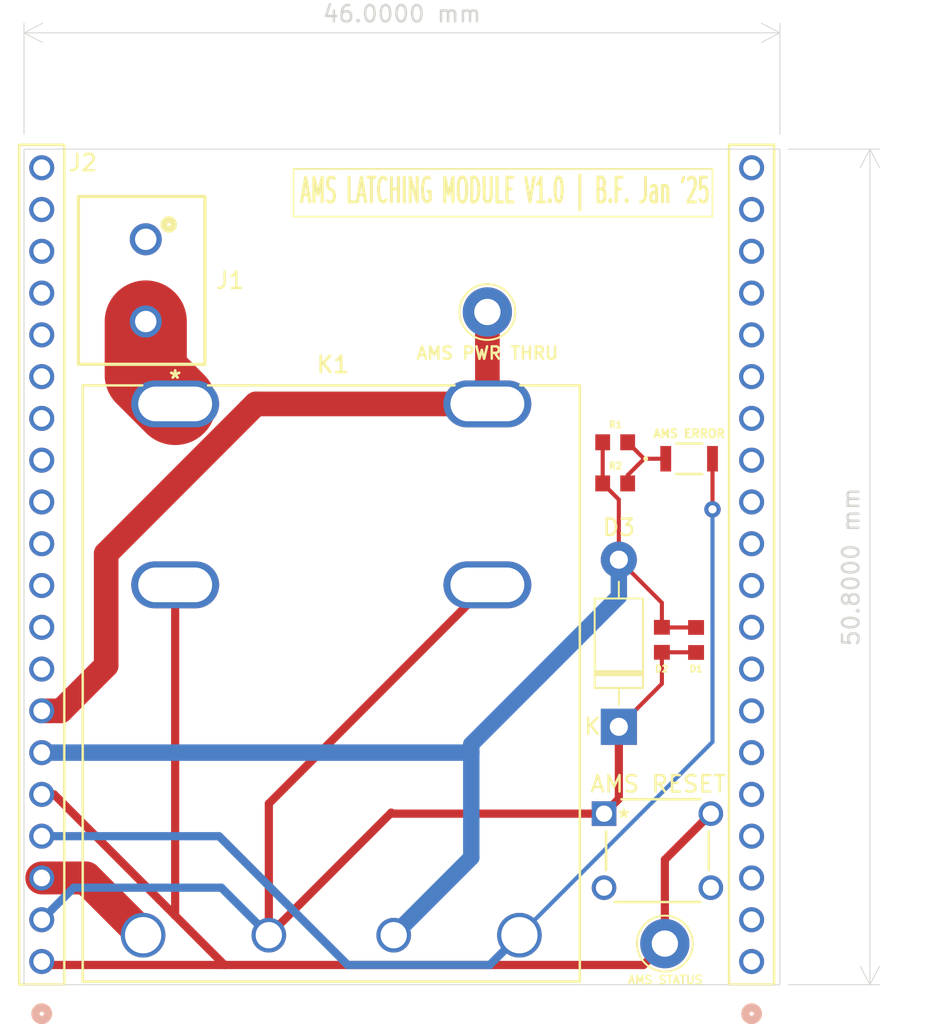
<source format=kicad_pcb>
(kicad_pcb (version 20240108) (generator "pcbnew") (generator_version "8.0")
  (layers (0 "F.Cu" signal) (31 "B.Cu" signal) (34 "B.Paste" user) (35 "F.Paste" user) (36 "B.SilkS" user "B.Silkscreen") (37 "F.SilkS" user "F.Silkscreen") (38 "B.Mask" user) (39 "F.Mask" user) (44 "Edge.Cuts" user))
  (net 0 "")
  (net 1 "/GND")
  (net 2 "Net-(D1-K)")
  (net 3 "Net-(D4-A)")
  (net 4 "/Vs")
  (net 5 "Net-(D4-K)")
  (net 11 "Net-(J3-Pad1)")
  (net 18 "Net-(J3-Pad7)")
  (net 22 "Net-(J4-Pad2)")
  (footprint "RMCF0603FT1K00:RESC1508X55N" (layer "F.Cu") (at 90.62 79.51 90)
    (property "Reference" "D1" (at -1.76 0 180) (layer "F.SilkS") (effects (font (size 0.393701 0.393701))))
    (property "Value" "D_Zener")
    (pad "1" smd rect (at -0.76 0 90) (size 0.9 0.97) (layers "F.Cu" "F.Paste" "F.Mask") (net 2 "Net-(D1-K)"))
    (pad "2" smd rect (at 0.76 0 90) (size 0.9 0.97) (layers "F.Cu" "F.Paste" "F.Mask") (net 1 "/GND"))
  )
  (footprint "RMCF0603FT1K00:RESC1508X55N" (layer "F.Cu") (at 88.54 79.5 90)
    (property "Reference" "D2" (at -1.77 -0.02 180) (layer "F.SilkS") (effects (font (size 0.393701 0.393701))))
    (property "Value" "D_Zener")
    (pad "1" smd rect (at -0.76 0 90) (size 0.9 0.97) (layers "F.Cu" "F.Paste" "F.Mask") (net 2 "Net-(D1-K)"))
    (pad "2" smd rect (at 0.76 0 90) (size 0.9 0.97) (layers "F.Cu" "F.Paste" "F.Mask") (net 1 "/GND"))
  )
  (footprint "TestPoint:TestPoint_Loop_D2.60mm_Drill1.6mm_Beaded" (layer "F.Cu") (at 77.92 59.57)
    (property "Reference" "AMS PWR THRU" (at 0 2.5 0) (layer "F.SilkS") (effects (font (size 0.75 0.75))))
    (property "Value" "TestPoint")
    (fp_circle (center 0 0) (end 1.7 0) (stroke (width 0.12)) (fill none) (layer "F.SilkS"))
    (pad "1" thru_hole circle (at 0 0) (size 3 3) (drill 1.6) (layers "*.Cu" "*.Mask") (net 18 "Net-(J3-Pad7)"))
  )
  (footprint "PH1-20-UA:CONN_PH1-20-UA_ADM" (layer "F.Cu") (at 50.8 99.06 90)
    (property "Reference" "J2" (at 48.56 2.5 0) (layer "F.SilkS"))
    (property "Value" "PH1-20-UA")
    (fp_circle (center -3.175 0) (end -2.794 0) (stroke (width 0.508)) (fill none) (layer "B.SilkS"))
    (fp_line (start 49.657 -1.3716) (end -1.397 -1.3716) (stroke (width 0.1524)) (layer "F.SilkS"))
    (fp_line (start -1.397 -1.3716) (end -1.397 1.3716) (stroke (width 0.1524)) (layer "F.SilkS"))
    (fp_line (start 49.657 1.3716) (end 49.657 -1.3716) (stroke (width 0.1524)) (layer "F.SilkS"))
    (fp_line (start -1.397 1.3716) (end 49.657 1.3716) (stroke (width 0.1524)) (layer "F.SilkS"))
    (fp_circle (center -3.175 0) (end -2.794 0) (stroke (width 0.508)) (fill none) (layer "F.SilkS"))
    (pad "1" thru_hole circle (at 0 0 90) (size 1.524 1.524) (drill 1.016) (layers "*.Cu" "*.Mask") (net 11 "Net-(J3-Pad1)"))
    (pad "2" thru_hole circle (at 2.54 0 90) (size 1.524 1.524) (drill 1.016) (layers "*.Cu" "*.Mask") (net 2 "Net-(D1-K)"))
    (pad "3" thru_hole circle (at 5.08 0 90) (size 1.524 1.524) (drill 1.016) (layers "*.Cu" "*.Mask") (net 4 "/Vs"))
    (pad "4" thru_hole circle (at 7.62 0 90) (size 1.524 1.524) (drill 1.016) (layers "*.Cu" "*.Mask") (net 3 "Net-(D4-A)"))
    (pad "5" thru_hole circle (at 10.16 0 90) (size 1.524 1.524) (drill 1.016) (layers "*.Cu" "*.Mask") (net 11 "Net-(J3-Pad1)"))
    (pad "6" thru_hole circle (at 12.7 0 90) (size 1.524 1.524) (drill 1.016) (layers "*.Cu" "*.Mask") (net 1 "/GND"))
    (pad "7" thru_hole circle (at 15.24 0 90) (size 1.524 1.524) (drill 1.016) (layers "*.Cu" "*.Mask") (net 18 "Net-(J3-Pad7)"))
    (pad "8" thru_hole circle (at 17.78 0 90) (size 1.524 1.524) (drill 1.016) (layers "*.Cu" "*.Mask"))
    (pad "9" thru_hole circle (at 20.32 0 90) (size 1.524 1.524) (drill 1.016) (layers "*.Cu" "*.Mask"))
    (pad "10" thru_hole circle (at 22.86 0 90) (size 1.524 1.524) (drill 1.016) (layers "*.Cu" "*.Mask"))
    (pad "11" thru_hole circle (at 25.4 0 90) (size 1.524 1.524) (drill 1.016) (layers "*.Cu" "*.Mask"))
    (pad "12" thru_hole circle (at 27.94 0 90) (size 1.524 1.524) (drill 1.016) (layers "*.Cu" "*.Mask"))
    (pad "13" thru_hole circle (at 30.48 0 90) (size 1.524 1.524) (drill 1.016) (layers "*.Cu" "*.Mask"))
    (pad "14" thru_hole circle (at 33.02 0 90) (size 1.524 1.524) (drill 1.016) (layers "*.Cu" "*.Mask"))
    (pad "15" thru_hole circle (at 35.56 0 90) (size 1.524 1.524) (drill 1.016) (layers "*.Cu" "*.Mask"))
    (pad "16" thru_hole circle (at 38.1 0 90) (size 1.524 1.524) (drill 1.016) (layers "*.Cu" "*.Mask"))
    (pad "17" thru_hole circle (at 40.64 0 90) (size 1.524 1.524) (drill 1.016) (layers "*.Cu" "*.Mask"))
    (pad "18" thru_hole circle (at 43.18 0 90) (size 1.524 1.524) (drill 1.016) (layers "*.Cu" "*.Mask"))
    (pad "19" thru_hole circle (at 45.72 0 90) (size 1.524 1.524) (drill 1.016) (layers "*.Cu" "*.Mask"))
    (pad "20" thru_hole circle (at 48.26 0 90) (size 1.524 1.524) (drill 1.016) (layers "*.Cu" "*.Mask"))
  )
  (footprint "1825910-6:SW4_1825910-B_TEC" (layer "F.Cu") (at 91.52 94.570001)
    (property "Reference" "AMS RESET" (at -3.2 -6.300001 0) (layer "F.SilkS"))
    (property "Value" "Test Reset AMS")
    (fp_line (start -6.3742 -3.417961) (end -6.3742 -1.074702) (stroke (width 0.1524)) (layer "F.SilkS"))
    (fp_line (start -5.86236 0.874199) (end -0.63764 0.874199) (stroke (width 0.1524)) (layer "F.SilkS"))
    (fp_line (start -0.63764 -5.374201) (end -5.442292 -5.374201) (stroke (width 0.1524)) (layer "F.SilkS"))
    (fp_line (start -0.1258 -1.074702) (end -0.1258 -3.425299) (stroke (width 0.1524)) (layer "F.SilkS"))
    (fp_text user "*" (at -5.3 -4.200001 0) (layer "F.SilkS"))
    (pad "1" thru_hole rect (at -6.500001 -4.500001) (size 1.4986 1.4986) (drill 0.9906) (layers "*.Cu" "*.Mask") (net 2 "Net-(D1-K)"))
    (pad "2" thru_hole circle (at 0 -4.500001) (size 1.4986 1.4986) (drill 0.9906) (layers "*.Cu" "*.Mask") (net 11 "Net-(J3-Pad1)"))
    (pad "3" thru_hole circle (at -6.500001 0) (size 1.4986 1.4986) (drill 0.9906) (layers "*.Cu" "*.Mask"))
    (pad "4" thru_hole circle (at 0 0) (size 1.4986 1.4986) (drill 0.9906) (layers "*.Cu" "*.Mask"))
  )
  (footprint "AP3216SYD:LED_AP3216SYD_KNB-L" (layer "F.Cu") (at 90.1976 68.4924)
    (property "Reference" "AMS ERROR" (at 0 -1.5224 0) (layer "F.SilkS") (effects (font (size 0.5 0.5) (thickness 0.125))))
    (property "Value" "LED (Test)")
    (fp_line (start -0.796413 0.9271) (end 0.796413 0.9271) (stroke (width 0.1524)) (layer "F.SilkS"))
    (fp_line (start 0.796413 -0.9271) (end -0.796413 -0.9271) (stroke (width 0.1524)) (layer "F.SilkS"))
    (fp_circle (center -2.6416 0) (end -2.5654 0) (stroke (width 0.1524)) (fill none) (layer "F.SilkS"))
    (pad "1" smd rect (at -1.4224 0) (size 0.6604 1.5494) (layers "F.Cu" "F.Paste" "F.Mask") (net 5 "Net-(D4-K)"))
    (pad "2" smd rect (at 1.4224 0) (size 0.6604 1.5494) (layers "F.Cu" "F.Paste" "F.Mask") (net 3 "Net-(D4-A)"))
  )
  (footprint "AHES4291:AHES4_PAN" (layer "F.Cu") (at 58.919999 65.159998)
    (property "Reference" "K1" (at 9.600001 -2.389998 0) (layer "F.SilkS") (effects (font (thickness 0.17))))
    (property "Value" "AHES4291")
    (fp_line (start -5.6257 -1.126999) (end -5.6257 35.118801) (stroke (width 0.1524)) (layer "F.SilkS"))
    (fp_line (start -5.6257 35.118801) (end 24.6257 35.118801) (stroke (width 0.1524)) (layer "F.SilkS"))
    (fp_line (start -2.002004 -1.126999) (end -5.6257 -1.126999) (stroke (width 0.1524)) (layer "F.SilkS"))
    (fp_line (start 16.997994 -1.126999) (end 2.002006 -1.126999) (stroke (width 0.1524)) (layer "F.SilkS"))
    (fp_line (start 24.6257 -1.126999) (end 21.002004 -1.126999) (stroke (width 0.1524)) (layer "F.SilkS"))
    (fp_line (start 24.6257 35.118801) (end 24.6257 -1.126999) (stroke (width 0.1524)) (layer "F.SilkS"))
    (fp_text user "*" (at 0.000001 -1.489998 0) (layer "F.SilkS") (effects (font (thickness 0.17))))
    (pad "1" thru_hole oval (at 0.000001 0.000001) (size 5.35 2.85) (drill oval 4.4958 2.1082) (layers "*.Cu" "*.Mask") (net 22 "Net-(J4-Pad2)"))
    (pad "2" thru_hole oval (at 0.000001 11.000002) (size 5.35 2.85) (drill oval 4.4958 2.1082) (layers "*.Cu" "*.Mask") (net 11 "Net-(J3-Pad1)"))
    (pad "3" thru_hole circle (at -1.949999 32.300002) (size 2.7178 2.7178) (drill 2.2098) (layers "*.Cu" "*.Mask") (net 4 "/Vs"))
    (pad "4" thru_hole circle (at 5.700001 32.300002) (size 2.1082 2.1082) (drill 1.6002) (layers "*.Cu" "*.Mask") (net 2 "Net-(D1-K)"))
    (pad "5" thru_hole circle (at 13.300001 32.300002) (size 2.1082 2.1082) (drill 1.6002) (layers "*.Cu" "*.Mask") (net 1 "/GND"))
    (pad "6" thru_hole circle (at 20.950001 32.300002) (size 2.7178 2.7178) (drill 2.2098) (layers "*.Cu" "*.Mask") (net 3 "Net-(D4-A)"))
    (pad "7" thru_hole oval (at 18.999999 11.000002) (size 5.35 2.85) (drill oval 4.4958 2.1082) (layers "*.Cu" "*.Mask") (net 2 "Net-(D1-K)"))
    (pad "8" thru_hole oval (at 18.999999 0.000001) (size 5.35 2.85) (drill oval 4.4958 2.1082) (layers "*.Cu" "*.Mask") (net 18 "Net-(J3-Pad7)"))
  )
  (footprint "RMCF0603FT1K00:RESC1508X55N" (layer "F.Cu") (at 85.6976 69.9924)
    (property "Reference" "R2" (at 0.0224 -1.07 0) (layer "F.SilkS") (effects (font (size 0.393701 0.393701))))
    (property "Value" "1k")
    (pad "1" smd rect (at -0.76 0) (size 0.9 0.97) (layers "F.Cu" "F.Paste" "F.Mask") (net 1 "/GND"))
    (pad "2" smd rect (at 0.76 0) (size 0.9 0.97) (layers "F.Cu" "F.Paste" "F.Mask") (net 5 "Net-(D4-K)"))
  )
  (footprint "691137710002:691137710002" (layer "F.Cu") (at 57.13 57.65 -90)
    (property "Reference" "J1" (at 0 -5.135 180) (layer "F.SilkS"))
    (property "Value" "691137710002")
    (property "VALUE" "691137710002" (hide yes))
    (fp_line (start -5.1 4.1) (end -5.1 -3.6) (stroke (width 0.2)) (layer "F.SilkS"))
    (fp_line (start 5.1 4.1) (end -5.1 4.1) (stroke (width 0.2)) (layer "F.SilkS"))
    (fp_line (start -5.1 -3.6) (end 5.1 -3.6) (stroke (width 0.2)) (layer "F.SilkS"))
    (fp_line (start 5.1 -3.6) (end 5.1 4.1) (stroke (width 0.2)) (layer "F.SilkS"))
    (fp_circle (center -3.4 -1.4) (end -3.3 -1.4) (stroke (width 0.4)) (fill none) (layer "F.SilkS"))
    (pad "1" thru_hole circle (at -2.5 0 270) (size 1.95 1.95) (drill 1.3) (layers "*.Cu" "*.Mask"))
    (pad "2" thru_hole circle (at 2.5 0 270) (size 1.95 1.95) (drill 1.3) (layers "*.Cu" "*.Mask") (net 22 "Net-(J4-Pad2)"))
  )
  (footprint "TestPoint:TestPoint_Loop_D2.60mm_Drill1.6mm_Beaded" (layer "F.Cu") (at 88.72 97.97)
    (property "Reference" "AMS" (hide yes))
    (property "Value" "TestPoint")
    (fp_circle (center 0 0) (end 1.7 0) (stroke (width 0.12)) (fill none) (layer "F.SilkS"))
    (pad "1" thru_hole circle (at 0 0) (size 3 3) (drill 1.6) (layers "*.Cu" "*.Mask") (net 11 "Net-(J3-Pad1)"))
  )
  (footprint "RMCF0603FT1K00:RESC1508X55N" (layer "F.Cu") (at 85.6976 67.4924)
    (property "Reference" "R1" (at 0.0224 -1.07 0) (layer "F.SilkS") (effects (font (size 0.393701 0.393701))))
    (property "Value" "1k")
    (pad "1" smd rect (at -0.76 0) (size 0.9 0.97) (layers "F.Cu" "F.Paste" "F.Mask") (net 1 "/GND"))
    (pad "2" smd rect (at 0.76 0) (size 0.9 0.97) (layers "F.Cu" "F.Paste" "F.Mask") (net 5 "Net-(D4-K)"))
  )
  (footprint "PH1-20-UA:CONN_PH1-20-UA_ADM" (layer "F.Cu") (at 94 99.06 90)
    (property "Reference" "J2" (hide yes))
    (property "Value" "PH1-20-UA")
    (fp_circle (center -3.175 0) (end -2.794 0) (stroke (width 0.508)) (fill none) (layer "B.SilkS"))
    (fp_line (start 49.657 -1.3716) (end -1.397 -1.3716) (stroke (width 0.1524)) (layer "F.SilkS"))
    (fp_line (start -1.397 -1.3716) (end -1.397 1.3716) (stroke (width 0.1524)) (layer "F.SilkS"))
    (fp_line (start 49.657 1.3716) (end 49.657 -1.3716) (stroke (width 0.1524)) (layer "F.SilkS"))
    (fp_line (start -1.397 1.3716) (end 49.657 1.3716) (stroke (width 0.1524)) (layer "F.SilkS"))
    (fp_circle (center -3.175 0) (end -2.794 0) (stroke (width 0.508)) (fill none) (layer "F.SilkS"))
    (pad "1" thru_hole circle (at 0 0 90) (size 1.524 1.524) (drill 1.016) (layers "*.Cu" "*.Mask"))
    (pad "2" thru_hole circle (at 2.54 0 90) (size 1.524 1.524) (drill 1.016) (layers "*.Cu" "*.Mask"))
    (pad "3" thru_hole circle (at 5.08 0 90) (size 1.524 1.524) (drill 1.016) (layers "*.Cu" "*.Mask"))
    (pad "4" thru_hole circle (at 7.62 0 90) (size 1.524 1.524) (drill 1.016) (layers "*.Cu" "*.Mask"))
    (pad "5" thru_hole circle (at 10.16 0 90) (size 1.524 1.524) (drill 1.016) (layers "*.Cu" "*.Mask"))
    (pad "6" thru_hole circle (at 12.7 0 90) (size 1.524 1.524) (drill 1.016) (layers "*.Cu" "*.Mask"))
    (pad "7" thru_hole circle (at 15.24 0 90) (size 1.524 1.524) (drill 1.016) (layers "*.Cu" "*.Mask"))
    (pad "8" thru_hole circle (at 17.78 0 90) (size 1.524 1.524) (drill 1.016) (layers "*.Cu" "*.Mask"))
    (pad "9" thru_hole circle (at 20.32 0 90) (size 1.524 1.524) (drill 1.016) (layers "*.Cu" "*.Mask"))
    (pad "10" thru_hole circle (at 22.86 0 90) (size 1.524 1.524) (drill 1.016) (layers "*.Cu" "*.Mask"))
    (pad "11" thru_hole circle (at 25.4 0 90) (size 1.524 1.524) (drill 1.016) (layers "*.Cu" "*.Mask"))
    (pad "12" thru_hole circle (at 27.94 0 90) (size 1.524 1.524) (drill 1.016) (layers "*.Cu" "*.Mask"))
    (pad "13" thru_hole circle (at 30.48 0 90) (size 1.524 1.524) (drill 1.016) (layers "*.Cu" "*.Mask"))
    (pad "14" thru_hole circle (at 33.02 0 90) (size 1.524 1.524) (drill 1.016) (layers "*.Cu" "*.Mask"))
    (pad "15" thru_hole circle (at 35.56 0 90) (size 1.524 1.524) (drill 1.016) (layers "*.Cu" "*.Mask"))
    (pad "16" thru_hole circle (at 38.1 0 90) (size 1.524 1.524) (drill 1.016) (layers "*.Cu" "*.Mask"))
    (pad "17" thru_hole circle (at 40.64 0 90) (size 1.524 1.524) (drill 1.016) (layers "*.Cu" "*.Mask"))
    (pad "18" thru_hole circle (at 43.18 0 90) (size 1.524 1.524) (drill 1.016) (layers "*.Cu" "*.Mask"))
    (pad "19" thru_hole circle (at 45.72 0 90) (size 1.524 1.524) (drill 1.016) (layers "*.Cu" "*.Mask"))
    (pad "20" thru_hole circle (at 48.26 0 90) (size 1.524 1.524) (drill 1.016) (layers "*.Cu" "*.Mask"))
  )
  (footprint "Diode_THT:D_DO-41_SOD81_P10.16mm_Horizontal" (layer "F.Cu") (at 85.92 84.79 90)
    (property "Reference" "D3" (at 12.12 0 0) (layer "F.SilkS"))
    (property "Value" "1N4001")
    (fp_line (start 7.8 -1.47) (end 2.36 -1.47) (stroke (width 0.12)) (layer "F.SilkS"))
    (fp_line (start 3.38 -1.47) (end 3.38 1.47) (stroke (width 0.12)) (layer "F.SilkS"))
    (fp_line (start 3.26 -1.47) (end 3.26 1.47) (stroke (width 0.12)) (layer "F.SilkS"))
    (fp_line (start 3.14 -1.47) (end 3.14 1.47) (stroke (width 0.12)) (layer "F.SilkS"))
    (fp_line (start 2.36 -1.47) (end 2.36 1.47) (stroke (width 0.12)) (layer "F.SilkS"))
    (fp_line (start 8.82 0) (end 7.8 0) (stroke (width 0.12)) (layer "F.SilkS"))
    (fp_line (start 1.34 0) (end 2.36 0) (stroke (width 0.12)) (layer "F.SilkS"))
    (fp_line (start 7.8 1.47) (end 7.8 -1.47) (stroke (width 0.12)) (layer "F.SilkS"))
    (fp_line (start 2.36 1.47) (end 7.8 1.47) (stroke (width 0.12)) (layer "F.SilkS"))
    (fp_text user "K" (at 0.02 -1.6 180) (layer "F.SilkS"))
    (pad "1" thru_hole rect (at 0 0 90) (size 2.2 2.2) (drill 1.1) (layers "*.Cu" "*.Mask") (net 2 "Net-(D1-K)"))
    (pad "2" thru_hole oval (at 10.16 0 90) (size 2.2 2.2) (drill 1.1) (layers "*.Cu" "*.Mask") (net 1 "/GND"))
  )
  (gr_rect (start 66.12 50.87) (end 91.62 53.77) (stroke (width 0.1)) (fill none) (layer "F.SilkS"))
  (gr_rect (start 49.72 49.67) (end 95.72 100.47) (stroke (width 0.05)) (fill none) (layer "Edge.Cuts"))
  (gr_text "AMS LATCHING MODULE V1.0 | B.F. Jan '25" (at 66.42 53.07 0) (layer "F.SilkS") (effects (font (size 1.5 0.75) (thickness 0.1875) (bold yes)) (justify left bottom)))
  (gr_text "AMS STATUS" (at 86.42 100.47 0) (layer "F.SilkS") (effects (font (size 0.5 0.5) (thickness 0.1)) (justify left bottom)))
  (dimension (type aligned) (layer "Edge.Cuts") (pts (xy 95.72 49.67) (xy 95.72 100.47)) (height -5.48) (gr_text "50.8000 mm" (at 100.05 75.07 90) (layer "Edge.Cuts") (effects (font (size 1 1) (thickness 0.15)))) (format (prefix "") (suffix "") (units 3) (units_format 1) (precision 4)) (style (thickness 0.05) (arrow_length 1.27) (text_position_mode 0) (extension_height 0.58642) (extension_offset 0.5) keep_text_aligned))
  (dimension (type aligned) (layer "Edge.Cuts") (pts (xy 49.72 49.27) (xy 95.72 49.27)) (height -6.67) (gr_text "46.0000 mm" (at 72.72 41.45 0) (layer "Edge.Cuts") (effects (font (size 1 1) (thickness 0.15)))) (format (prefix "") (suffix "") (units 3) (units_format 1) (precision 4)) (style (thickness 0.05) (arrow_length 1.27) (text_position_mode 0) (extension_height 0.58642) (extension_offset 0.5) keep_text_aligned))
  (segment (start 88.54 77.25) (end 85.92 74.63) (width 0.25) (layer "F.Cu") (net 1))
  (segment (start 90.62 78.75) (end 88.55 78.75) (width 0.25) (layer "F.Cu") (net 1))
  (segment (start 88.55 78.75) (end 88.54 78.74) (width 0.25) (layer "F.Cu") (net 1))
  (segment (start 88.54 78.74) (end 88.54 77.25) (width 0.25) (layer "F.Cu") (net 1))
  (segment (start 84.9376 69.9924) (end 84.9376 67.4924) (width 0.25) (layer "F.Cu") (net 1))
  (segment (start 85.92 74.63) (end 85.92 70.9748) (width 0.25) (layer "F.Cu") (net 1))
  (segment (start 85.92 70.9748) (end 84.9376 69.9924) (width 0.25) (layer "F.Cu") (net 1))
  (segment (start 85.92 76.87) (end 85.92 74.63) (width 1) (layer "B.Cu") (net 1))
  (segment (start 76.94 86.36) (end 76.94 85.85) (width 1) (layer "B.Cu") (net 1))
  (segment (start 76.94 86.36) (end 76.94 92.74) (width 1) (layer "B.Cu") (net 1))
  (segment (start 76.94 92.74) (end 72.22 97.46) (width 1) (layer "B.Cu") (net 1))
  (segment (start 76.94 85.85) (end 85.92 76.87) (width 1) (layer "B.Cu") (net 1))
  (segment (start 76.94 86.36) (end 50.8 86.36) (width 1) (layer "B.Cu") (net 1))
  (segment (start 85.92 84.79) (end 85.92 89.169999) (width 0.5) (layer "F.Cu") (net 2))
  (segment (start 72.069401 90.010599) (end 72.128802 90.07) (width 0.5) (layer "F.Cu") (net 2))
  (segment (start 88.54 80.26) (end 90.61 80.26) (width 0.25) (layer "F.Cu") (net 2))
  (segment (start 88.54 82.17) (end 85.92 84.79) (width 0.25) (layer "F.Cu") (net 2))
  (segment (start 88.54 80.26) (end 88.54 82.17) (width 0.25) (layer "F.Cu") (net 2))
  (segment (start 64.62 97.46) (end 64.62 89.459998) (width 0.5) (layer "F.Cu") (net 2))
  (segment (start 85.92 89.169999) (end 85.019999 90.07) (width 0.5) (layer "F.Cu") (net 2))
  (segment (start 64.62 89.459998) (end 77.919998 76.16) (width 0.5) (layer "F.Cu") (net 2))
  (segment (start 90.61 80.26) (end 90.62 80.27) (width 0.5) (layer "F.Cu") (net 2))
  (segment (start 64.62 97.46) (end 72.069401 90.010599) (width 0.5) (layer "F.Cu") (net 2))
  (segment (start 72.128802 90.07) (end 85.019999 90.07) (width 0.5) (layer "F.Cu") (net 2))
  (segment (start 61.73 94.57) (end 52.75 94.57) (width 0.5) (layer "B.Cu") (net 2))
  (segment (start 64.62 97.46) (end 61.73 94.57) (width 0.5) (layer "B.Cu") (net 2))
  (segment (start 52.75 94.57) (end 50.8 96.52) (width 0.5) (layer "B.Cu") (net 2))
  (segment (start 91.62 71.57) (end 91.62 68.4924) (width 0.25) (layer "F.Cu") (net 3))
  (via (at 91.62 71.57) (size 1) (drill 0.5) (layers "F.Cu" "B.Cu") (net 3))
  (segment (start 91.62 85.71) (end 79.87 97.46) (width 0.25) (layer "B.Cu") (net 3))
  (segment (start 79.87 97.46) (end 79.87 96.44) (width 0.25) (layer "B.Cu") (net 3))
  (segment (start 91.62 71.57) (end 91.62 85.71) (width 0.25) (layer "B.Cu") (net 3))
  (segment (start 50.8 91.44) (end 61.59 91.44) (width 0.5) (layer "B.Cu") (net 3))
  (segment (start 78.06 99.27) (end 79.87 97.46) (width 0.5) (layer "B.Cu") (net 3))
  (segment (start 61.59 91.44) (end 69.42 99.27) (width 0.5) (layer "B.Cu") (net 3))
  (segment (start 69.42 99.27) (end 78.06 99.27) (width 0.5) (layer "B.Cu") (net 3))
  (segment (start 53.49 93.98) (end 50.8 93.98) (width 2) (layer "F.Cu") (net 4))
  (segment (start 56.97 97.46) (end 53.49 93.98) (width 2) (layer "F.Cu") (net 4))
  (segment (start 87.4576 68.4924) (end 86.4576 67.4924) (width 0.25) (layer "F.Cu") (net 5))
  (segment (start 86.4576 69.4924) (end 87.4576 68.4924) (width 0.25) (layer "F.Cu") (net 5))
  (segment (start 88.7752 68.4924) (end 87.4576 68.4924) (width 0.25) (layer "F.Cu") (net 5))
  (segment (start 86.4576 69.9924) (end 86.4576 69.4924) (width 0.25) (layer "F.Cu") (net 5))
  (segment (start 61.92 99.27) (end 87.42 99.27) (width 0.5) (layer "F.Cu") (net 11))
  (segment (start 88.72 92.87) (end 91.52 90.07) (width 0.5) (layer "F.Cu") (net 11))
  (segment (start 87.42 99.27) (end 88.72 97.97) (width 0.5) (layer "F.Cu") (net 11))
  (segment (start 88.72 97.97) (end 88.72 92.87) (width 0.5) (layer "F.Cu") (net 11))
  (segment (start 58.92 76.16) (end 58.92 96.27) (width 0.5) (layer "F.Cu") (net 11))
  (segment (start 61.92 99.27) (end 51.01 99.27) (width 0.5) (layer "F.Cu") (net 11))
  (segment (start 51.55 88.9) (end 58.92 96.27) (width 0.5) (layer "F.Cu") (net 11))
  (segment (start 50.8 88.9) (end 51.55 88.9) (width 0.5) (layer "F.Cu") (net 11))
  (segment (start 58.92 96.27) (end 61.92 99.27) (width 0.5) (layer "F.Cu") (net 11))
  (segment (start 51.01 99.27) (end 50.8 99.06) (width 0.5) (layer "F.Cu") (net 11))
  (segment (start 77.919998 59.570002) (end 77.92 59.57) (width 1.5) (layer "F.Cu") (net 18))
  (segment (start 54.72 74.27) (end 54.72 81.07) (width 1.5) (layer "F.Cu") (net 18))
  (segment (start 51.97 83.82) (end 50.8 83.82) (width 1.5) (layer "F.Cu") (net 18))
  (segment (start 54.72 81.07) (end 51.97 83.82) (width 1.5) (layer "F.Cu") (net 18))
  (segment (start 77.919998 65.159999) (end 77.919998 59.570002) (width 1.5) (layer "F.Cu") (net 18))
  (segment (start 63.830001 65.159999) (end 54.72 74.27) (width 1.5) (layer "F.Cu") (net 18))
  (segment (start 77.919998 65.159999) (end 63.830001 65.159999) (width 1.5) (layer "F.Cu") (net 18))
  (segment (start 57.13 63.369999) (end 58.92 65.159999) (width 5) (layer "F.Cu") (net 22))
  (segment (start 57.13 60.15) (end 57.13 63.369999) (width 5) (layer "F.Cu") (net 22))
)
</source>
